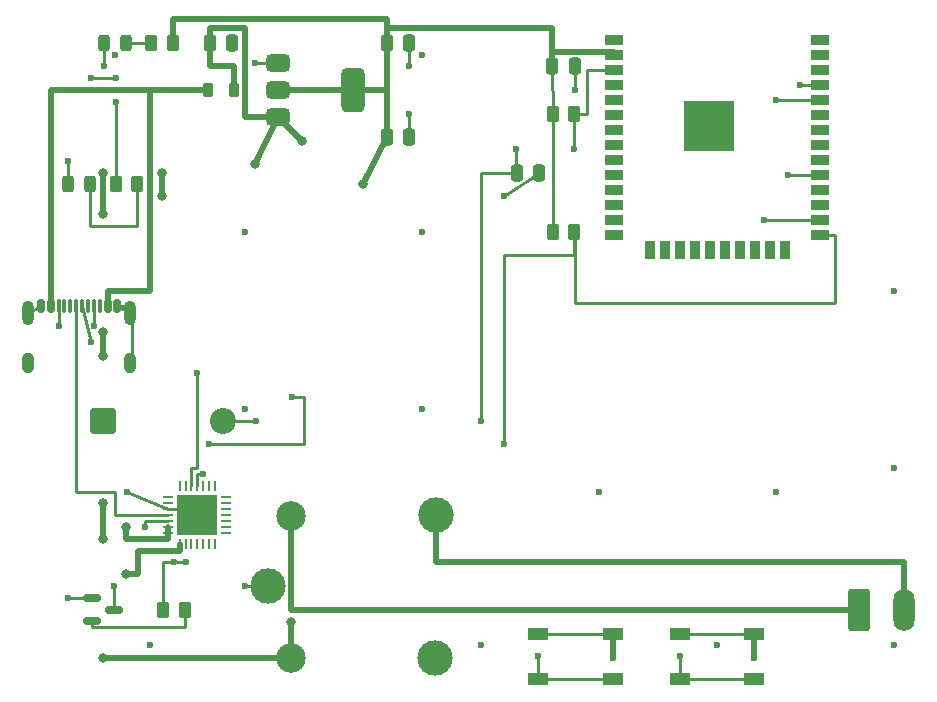
<source format=gtl>
%TF.GenerationSoftware,KiCad,Pcbnew,9.0.7*%
%TF.CreationDate,2026-02-12T17:34:39-06:00*%
%TF.ProjectId,ESP32_Simple_IoT,45535033-325f-4536-996d-706c655f496f,rev?*%
%TF.SameCoordinates,Original*%
%TF.FileFunction,Copper,L1,Top*%
%TF.FilePolarity,Positive*%
%FSLAX46Y46*%
G04 Gerber Fmt 4.6, Leading zero omitted, Abs format (unit mm)*
G04 Created by KiCad (PCBNEW 9.0.7) date 2026-02-12 17:34:39*
%MOMM*%
%LPD*%
G01*
G04 APERTURE LIST*
G04 Aperture macros list*
%AMRoundRect*
0 Rectangle with rounded corners*
0 $1 Rounding radius*
0 $2 $3 $4 $5 $6 $7 $8 $9 X,Y pos of 4 corners*
0 Add a 4 corners polygon primitive as box body*
4,1,4,$2,$3,$4,$5,$6,$7,$8,$9,$2,$3,0*
0 Add four circle primitives for the rounded corners*
1,1,$1+$1,$2,$3*
1,1,$1+$1,$4,$5*
1,1,$1+$1,$6,$7*
1,1,$1+$1,$8,$9*
0 Add four rect primitives between the rounded corners*
20,1,$1+$1,$2,$3,$4,$5,0*
20,1,$1+$1,$4,$5,$6,$7,0*
20,1,$1+$1,$6,$7,$8,$9,0*
20,1,$1+$1,$8,$9,$2,$3,0*%
G04 Aperture macros list end*
%TA.AperFunction,SMDPad,CuDef*%
%ADD10RoundRect,0.150000X-0.587500X-0.150000X0.587500X-0.150000X0.587500X0.150000X-0.587500X0.150000X0*%
%TD*%
%TA.AperFunction,SMDPad,CuDef*%
%ADD11RoundRect,0.062500X-0.337500X-0.062500X0.337500X-0.062500X0.337500X0.062500X-0.337500X0.062500X0*%
%TD*%
%TA.AperFunction,SMDPad,CuDef*%
%ADD12RoundRect,0.062500X-0.062500X-0.337500X0.062500X-0.337500X0.062500X0.337500X-0.062500X0.337500X0*%
%TD*%
%TA.AperFunction,HeatsinkPad*%
%ADD13R,3.350000X3.350000*%
%TD*%
%TA.AperFunction,SMDPad,CuDef*%
%ADD14RoundRect,0.218750X-0.218750X-0.381250X0.218750X-0.381250X0.218750X0.381250X-0.218750X0.381250X0*%
%TD*%
%TA.AperFunction,SMDPad,CuDef*%
%ADD15RoundRect,0.250000X-0.250000X-0.475000X0.250000X-0.475000X0.250000X0.475000X-0.250000X0.475000X0*%
%TD*%
%TA.AperFunction,SMDPad,CuDef*%
%ADD16RoundRect,0.250000X-0.262500X-0.450000X0.262500X-0.450000X0.262500X0.450000X-0.262500X0.450000X0*%
%TD*%
%TA.AperFunction,SMDPad,CuDef*%
%ADD17R,1.500000X0.900000*%
%TD*%
%TA.AperFunction,SMDPad,CuDef*%
%ADD18R,0.900000X1.500000*%
%TD*%
%TA.AperFunction,SMDPad,CuDef*%
%ADD19R,1.050000X1.050000*%
%TD*%
%TA.AperFunction,HeatsinkPad*%
%ADD20C,0.600000*%
%TD*%
%TA.AperFunction,HeatsinkPad*%
%ADD21R,4.200000X4.200000*%
%TD*%
%TA.AperFunction,ComponentPad*%
%ADD22C,3.000000*%
%TD*%
%TA.AperFunction,ComponentPad*%
%ADD23C,2.500000*%
%TD*%
%TA.AperFunction,ComponentPad*%
%ADD24RoundRect,0.249999X-0.850001X-0.850001X0.850001X-0.850001X0.850001X0.850001X-0.850001X0.850001X0*%
%TD*%
%TA.AperFunction,ComponentPad*%
%ADD25C,2.200000*%
%TD*%
%TA.AperFunction,SMDPad,CuDef*%
%ADD26RoundRect,0.243750X-0.243750X-0.456250X0.243750X-0.456250X0.243750X0.456250X-0.243750X0.456250X0*%
%TD*%
%TA.AperFunction,ComponentPad*%
%ADD27RoundRect,0.250000X-0.650000X-1.550000X0.650000X-1.550000X0.650000X1.550000X-0.650000X1.550000X0*%
%TD*%
%TA.AperFunction,ComponentPad*%
%ADD28O,1.800000X3.600000*%
%TD*%
%TA.AperFunction,SMDPad,CuDef*%
%ADD29R,1.700000X1.000000*%
%TD*%
%TA.AperFunction,SMDPad,CuDef*%
%ADD30RoundRect,0.150000X-0.150000X-0.425000X0.150000X-0.425000X0.150000X0.425000X-0.150000X0.425000X0*%
%TD*%
%TA.AperFunction,SMDPad,CuDef*%
%ADD31RoundRect,0.075000X-0.075000X-0.500000X0.075000X-0.500000X0.075000X0.500000X-0.075000X0.500000X0*%
%TD*%
%TA.AperFunction,HeatsinkPad*%
%ADD32O,1.000000X2.100000*%
%TD*%
%TA.AperFunction,HeatsinkPad*%
%ADD33O,1.000000X1.800000*%
%TD*%
%TA.AperFunction,SMDPad,CuDef*%
%ADD34RoundRect,0.375000X-0.625000X-0.375000X0.625000X-0.375000X0.625000X0.375000X-0.625000X0.375000X0*%
%TD*%
%TA.AperFunction,SMDPad,CuDef*%
%ADD35RoundRect,0.500000X-0.500000X-1.400000X0.500000X-1.400000X0.500000X1.400000X-0.500000X1.400000X0*%
%TD*%
%TA.AperFunction,ViaPad*%
%ADD36C,0.600000*%
%TD*%
%TA.AperFunction,ViaPad*%
%ADD37C,0.800000*%
%TD*%
%TA.AperFunction,Conductor*%
%ADD38C,0.250000*%
%TD*%
%TA.AperFunction,Conductor*%
%ADD39C,0.500000*%
%TD*%
G04 APERTURE END LIST*
D10*
%TO.P,Q1,1*%
%TO.N,GND*%
X7062500Y-51050000D03*
%TO.P,Q1,2*%
%TO.N,RELAY_BASE*%
X7062500Y-52950000D03*
%TO.P,Q1,3*%
%TO.N,RELAY_COIL*%
X8937500Y-52000000D03*
%TD*%
D11*
%TO.P,U3,1*%
%TO.N,N/C*%
X13550000Y-42500000D03*
%TO.P,U3,2*%
X13550000Y-43000000D03*
%TO.P,U3,3*%
%TO.N,GND*%
X13550000Y-43500000D03*
%TO.P,U3,4*%
%TO.N,USB_D+*%
X13550000Y-44000000D03*
%TO.P,U3,5*%
%TO.N,USB_D-*%
X13550000Y-44500000D03*
%TO.P,U3,6*%
%TO.N,+3V3*%
X13550000Y-45000000D03*
%TO.P,U3,7*%
X13550000Y-45500000D03*
D12*
%TO.P,U3,8*%
%TO.N,+5V*%
X14500000Y-46450000D03*
%TO.P,U3,9*%
%TO.N,N/C*%
X15000000Y-46450000D03*
%TO.P,U3,10*%
X15500000Y-46450000D03*
%TO.P,U3,11*%
X16000000Y-46450000D03*
%TO.P,U3,12*%
X16500000Y-46450000D03*
%TO.P,U3,13*%
X17000000Y-46450000D03*
%TO.P,U3,14*%
X17500000Y-46450000D03*
D11*
%TO.P,U3,15*%
X18450000Y-45500000D03*
%TO.P,U3,16*%
X18450000Y-45000000D03*
%TO.P,U3,17*%
X18450000Y-44500000D03*
%TO.P,U3,18*%
X18450000Y-44000000D03*
%TO.P,U3,19*%
X18450000Y-43500000D03*
%TO.P,U3,20*%
X18450000Y-43000000D03*
%TO.P,U3,21*%
X18450000Y-42500000D03*
D12*
%TO.P,U3,22*%
X17500000Y-41550000D03*
%TO.P,U3,23*%
X17000000Y-41550000D03*
%TO.P,U3,24*%
X16500000Y-41550000D03*
%TO.P,U3,25*%
%TO.N,ESP_TX*%
X16000000Y-41550000D03*
%TO.P,U3,26*%
%TO.N,ESP_RX*%
X15500000Y-41550000D03*
%TO.P,U3,27*%
%TO.N,N/C*%
X15000000Y-41550000D03*
%TO.P,U3,28*%
X14500000Y-41550000D03*
D13*
%TO.P,U3,29*%
%TO.N,GND*%
X16000000Y-44000000D03*
%TD*%
D14*
%TO.P,FB1,1*%
%TO.N,VBUS*%
X16937500Y-8000000D03*
%TO.P,FB1,2*%
%TO.N,+5V*%
X19062500Y-8000000D03*
%TD*%
D15*
%TO.P,C3,1*%
%TO.N,+3V3*%
X32050000Y-12000000D03*
%TO.P,C3,2*%
%TO.N,GND*%
X33950000Y-12000000D03*
%TD*%
D16*
%TO.P,R1,1*%
%TO.N,+3V3*%
X46087500Y-10000000D03*
%TO.P,R1,2*%
%TO.N,ESP_EN*%
X47912500Y-10000000D03*
%TD*%
D15*
%TO.P,C5,1*%
%TO.N,+3V3*%
X46050000Y-6000000D03*
%TO.P,C5,2*%
%TO.N,GND*%
X47950000Y-6000000D03*
%TD*%
%TO.P,C4,1*%
%TO.N,ESP_EN*%
X43050000Y-15000000D03*
%TO.P,C4,2*%
%TO.N,GND*%
X44950000Y-15000000D03*
%TD*%
D17*
%TO.P,U1,1*%
%TO.N,GND*%
X51250000Y-3750000D03*
%TO.P,U1,2*%
%TO.N,+3V3*%
X51250000Y-5020000D03*
%TO.P,U1,3*%
%TO.N,ESP_EN*%
X51250000Y-6290000D03*
%TO.P,U1,4*%
%TO.N,N/C*%
X51250000Y-7560000D03*
%TO.P,U1,5*%
X51250000Y-8830000D03*
%TO.P,U1,6*%
X51250000Y-10100000D03*
%TO.P,U1,7*%
X51250000Y-11370000D03*
%TO.P,U1,8*%
X51250000Y-12640000D03*
%TO.P,U1,9*%
X51250000Y-13910000D03*
%TO.P,U1,10*%
X51250000Y-15180000D03*
%TO.P,U1,11*%
X51250000Y-16450000D03*
%TO.P,U1,12*%
X51250000Y-17720000D03*
%TO.P,U1,13*%
X51250000Y-18990000D03*
%TO.P,U1,14*%
X51250000Y-20260000D03*
D18*
%TO.P,U1,15*%
X54290000Y-21510000D03*
%TO.P,U1,16*%
X55560000Y-21510000D03*
%TO.P,U1,17*%
X56830000Y-21510000D03*
%TO.P,U1,18*%
X58100000Y-21510000D03*
%TO.P,U1,19*%
X59370000Y-21510000D03*
%TO.P,U1,20*%
X60640000Y-21510000D03*
%TO.P,U1,21*%
X61910000Y-21510000D03*
%TO.P,U1,22*%
X63180000Y-21510000D03*
%TO.P,U1,23*%
X64450000Y-21510000D03*
%TO.P,U1,24*%
X65720000Y-21510000D03*
D17*
%TO.P,U1,25*%
%TO.N,ESP_IO0*%
X68750000Y-20260000D03*
%TO.P,U1,26*%
%TO.N,ESP_IO4*%
X68750000Y-18990000D03*
%TO.P,U1,27*%
%TO.N,N/C*%
X68750000Y-17720000D03*
%TO.P,U1,28*%
X68750000Y-16450000D03*
%TO.P,U1,29*%
%TO.N,ESP_IO5*%
X68750000Y-15180000D03*
%TO.P,U1,30*%
%TO.N,N/C*%
X68750000Y-13910000D03*
%TO.P,U1,31*%
X68750000Y-12640000D03*
%TO.P,U1,32*%
X68750000Y-11370000D03*
%TO.P,U1,33*%
X68750000Y-10100000D03*
%TO.P,U1,34*%
%TO.N,ESP_RX*%
X68750000Y-8830000D03*
%TO.P,U1,35*%
%TO.N,ESP_TX*%
X68750000Y-7560000D03*
%TO.P,U1,36*%
%TO.N,N/C*%
X68750000Y-6290000D03*
%TO.P,U1,37*%
X68750000Y-5020000D03*
%TO.P,U1,38*%
%TO.N,GND*%
X68750000Y-3750000D03*
D19*
%TO.P,U1,39*%
X57795000Y-9565000D03*
D20*
X57795000Y-10327500D03*
D19*
X57795000Y-11090000D03*
D20*
X57795000Y-11852500D03*
D19*
X57795000Y-12615000D03*
D20*
X58557500Y-9565000D03*
X58557500Y-11090000D03*
X58557500Y-12615000D03*
D19*
X59320000Y-9565000D03*
D20*
X59320000Y-10327500D03*
D19*
X59320000Y-11090000D03*
D21*
X59320000Y-11090000D03*
D20*
X59320000Y-11852500D03*
D19*
X59320000Y-12615000D03*
D20*
X60082500Y-9565000D03*
X60082500Y-11090000D03*
X60082500Y-12615000D03*
D19*
X60845000Y-9565000D03*
D20*
X60845000Y-10327500D03*
D19*
X60845000Y-11090000D03*
D20*
X60845000Y-11852500D03*
D19*
X60845000Y-12615000D03*
%TD*%
D22*
%TO.P,K1,1*%
%TO.N,RELAY_COIL*%
X22000000Y-50000000D03*
D23*
%TO.P,K1,2*%
%TO.N,+5V*%
X23950000Y-56050000D03*
D22*
%TO.P,K1,3*%
%TO.N,N/C*%
X36150000Y-56050000D03*
%TO.P,K1,4*%
%TO.N,RELAY_NO*%
X36200000Y-44000000D03*
D23*
%TO.P,K1,5*%
%TO.N,RELAY_COM*%
X23950000Y-44050000D03*
%TD*%
D16*
%TO.P,R3,1*%
%TO.N,ESP_IO4*%
X13087500Y-52000000D03*
%TO.P,R3,2*%
%TO.N,RELAY_BASE*%
X14912500Y-52000000D03*
%TD*%
D24*
%TO.P,D1,1*%
%TO.N,+5V*%
X8000000Y-36000000D03*
D25*
%TO.P,D1,2*%
%TO.N,RELAY_COIL*%
X18160000Y-36000000D03*
%TD*%
D26*
%TO.P,D2,1*%
%TO.N,GND*%
X8062500Y-4000000D03*
%TO.P,D2,2*%
%TO.N,LED_PWR*%
X9937500Y-4000000D03*
%TD*%
D27*
%TO.P,J2,1*%
%TO.N,RELAY_COM*%
X72000000Y-52000000D03*
D28*
%TO.P,J2,2*%
%TO.N,RELAY_NO*%
X75810000Y-52000000D03*
%TD*%
D26*
%TO.P,D3,1*%
%TO.N,GND*%
X5062500Y-16000000D03*
%TO.P,D3,2*%
%TO.N,LED_RELAY*%
X6937500Y-16000000D03*
%TD*%
D15*
%TO.P,C1,1*%
%TO.N,+5V*%
X17050000Y-4000000D03*
%TO.P,C1,2*%
%TO.N,GND*%
X18950000Y-4000000D03*
%TD*%
D29*
%TO.P,SW1,1*%
%TO.N,GND*%
X44850000Y-54100000D03*
X51150000Y-54100000D03*
%TO.P,SW1,2*%
%TO.N,ESP_IO0*%
X44850000Y-57900000D03*
X51150000Y-57900000D03*
%TD*%
D16*
%TO.P,R5,1*%
%TO.N,ESP_IO5*%
X9087500Y-16000000D03*
%TO.P,R5,2*%
%TO.N,LED_RELAY*%
X10912500Y-16000000D03*
%TD*%
%TO.P,R2,1*%
%TO.N,+3V3*%
X46087500Y-20000000D03*
%TO.P,R2,2*%
%TO.N,ESP_IO0*%
X47912500Y-20000000D03*
%TD*%
D30*
%TO.P,J1,A1*%
%TO.N,GND*%
X2800000Y-26320000D03*
%TO.P,J1,A4*%
%TO.N,VBUS*%
X3600000Y-26320000D03*
D31*
%TO.P,J1,A5*%
%TO.N,N/C*%
X4750000Y-26320000D03*
%TO.P,J1,A6*%
%TO.N,USB_D+*%
X5750000Y-26320000D03*
%TO.P,J1,A7*%
%TO.N,USB_D-*%
X6250000Y-26320000D03*
%TO.P,J1,A8*%
%TO.N,GND*%
X7250000Y-26320000D03*
D30*
%TO.P,J1,A9*%
%TO.N,VBUS*%
X8400000Y-26320000D03*
%TO.P,J1,A12*%
%TO.N,GND*%
X9200000Y-26320000D03*
%TO.P,J1,B1*%
X9200000Y-26320000D03*
%TO.P,J1,B4*%
%TO.N,VBUS*%
X8400000Y-26320000D03*
D31*
%TO.P,J1,B5*%
%TO.N,N/C*%
X7750000Y-26320000D03*
%TO.P,J1,B6*%
X6750000Y-26320000D03*
%TO.P,J1,B7*%
X5250000Y-26320000D03*
%TO.P,J1,B8*%
%TO.N,GND*%
X4250000Y-26320000D03*
D30*
%TO.P,J1,B9*%
%TO.N,VBUS*%
X3600000Y-26320000D03*
%TO.P,J1,B12*%
%TO.N,GND*%
X2800000Y-26320000D03*
D32*
%TO.P,J1,S1*%
X1680000Y-26895000D03*
D33*
X1680000Y-31075000D03*
D32*
X10320000Y-26895000D03*
D33*
X10320000Y-31075000D03*
%TD*%
D34*
%TO.P,U2,1*%
%TO.N,GND*%
X22850000Y-5700000D03*
%TO.P,U2,2*%
%TO.N,+3V3*%
X22850000Y-8000000D03*
D35*
X29150000Y-8000000D03*
D34*
%TO.P,U2,3*%
%TO.N,+5V*%
X22850000Y-10300000D03*
%TD*%
D29*
%TO.P,SW2,1*%
%TO.N,GND*%
X56850000Y-54100000D03*
X63150000Y-54100000D03*
%TO.P,SW2,2*%
%TO.N,ESP_EN*%
X56850000Y-57900000D03*
X63150000Y-57900000D03*
%TD*%
D16*
%TO.P,R4,1*%
%TO.N,LED_PWR*%
X12087500Y-4000000D03*
%TO.P,R4,2*%
%TO.N,+3V3*%
X13912500Y-4000000D03*
%TD*%
D15*
%TO.P,C2,1*%
%TO.N,+3V3*%
X32050000Y-4000000D03*
%TO.P,C2,2*%
%TO.N,GND*%
X33950000Y-4000000D03*
%TD*%
D36*
%TO.N,GND*%
X8062500Y-6000000D03*
X65000000Y-42000000D03*
X51250000Y-3750000D03*
X35000000Y-20000000D03*
X75000000Y-25000000D03*
X35000000Y-35000000D03*
X41950000Y-17000000D03*
X59320000Y-11090000D03*
X20000000Y-35000000D03*
X40000000Y-55000000D03*
X4250000Y-28000000D03*
X16000000Y-44000000D03*
X10050000Y-42000000D03*
X75000000Y-55000000D03*
X63150000Y-56100000D03*
X47950000Y-8000000D03*
X60000000Y-55000000D03*
X20850000Y-5700000D03*
X68750000Y-3750000D03*
X51150000Y-56100000D03*
X57795000Y-9565000D03*
X35000000Y-5000000D03*
X58557500Y-9565000D03*
X60845000Y-11852500D03*
X75000000Y-40000000D03*
X33950000Y-6000000D03*
X50000000Y-42000000D03*
X20000000Y-20000000D03*
X5062500Y-51050000D03*
X5062500Y-14000000D03*
X33950000Y-10000000D03*
X9000000Y-5000000D03*
X18950000Y-4000000D03*
X60082500Y-11090000D03*
X7250000Y-28000000D03*
X10500000Y-31000000D03*
X12000000Y-55000000D03*
D37*
%TO.N,+5V*%
X24850000Y-12300000D03*
X8000000Y-28500000D03*
X20850000Y-14300000D03*
X8000000Y-43000000D03*
X23950000Y-53050000D03*
X8000000Y-36000000D03*
X8000000Y-18500000D03*
X13000000Y-15000000D03*
X13000000Y-17000000D03*
X8000000Y-56050000D03*
X8000000Y-46000000D03*
X8000000Y-15000000D03*
X8000000Y-30500000D03*
X10000000Y-49000000D03*
%TO.N,+3V3*%
X30049999Y-16000000D03*
X10000000Y-45000000D03*
D36*
%TO.N,USB_D-*%
X11550000Y-45000000D03*
X7000000Y-29320000D03*
%TO.N,ESP_TX*%
X67000000Y-7560000D03*
X24000000Y-34000000D03*
X16500000Y-40500000D03*
X17000000Y-38000000D03*
%TO.N,ESP_RX*%
X65000000Y-8830000D03*
X16000000Y-32000000D03*
%TO.N,ESP_EN*%
X56850000Y-55900000D03*
X47912500Y-13000000D03*
X43000000Y-13000000D03*
X40000000Y-36000000D03*
%TO.N,ESP_IO0*%
X42000000Y-38000000D03*
X44850000Y-55900000D03*
%TO.N,ESP_IO4*%
X15000000Y-48000000D03*
X14000000Y-48000000D03*
X64000000Y-18990000D03*
%TO.N,ESP_IO5*%
X9087500Y-9000000D03*
X7000000Y-7000000D03*
X9087500Y-7000000D03*
X66000000Y-15180000D03*
%TO.N,RELAY_COIL*%
X22000000Y-50000000D03*
X8937500Y-50000000D03*
X20000000Y-50000000D03*
X21000000Y-36000000D03*
%TD*%
D38*
%TO.N,GND*%
X56850000Y-54100000D02*
X63150000Y-54100000D01*
D39*
X51150000Y-54100000D02*
X51150000Y-56100000D01*
D38*
X44850000Y-54100000D02*
X51150000Y-54100000D01*
X9200000Y-26320000D02*
X10320000Y-26890000D01*
X5062500Y-16000000D02*
X5062500Y-14000000D01*
X13550000Y-43500000D02*
X16000000Y-43500000D01*
X10500000Y-26320000D02*
X10500000Y-31000000D01*
X44950000Y-15000000D02*
X41950000Y-17000000D01*
X9200000Y-26320000D02*
X10500000Y-26320000D01*
X16000000Y-43500000D02*
X16000000Y-44000000D01*
X4250000Y-26320000D02*
X4250000Y-28000000D01*
X33950000Y-12000000D02*
X33950000Y-10000000D01*
X33950000Y-4000000D02*
X33950000Y-6000000D01*
X13550000Y-43500000D02*
X10050000Y-42000000D01*
X22850000Y-5700000D02*
X20850000Y-5700000D01*
X2800000Y-26320000D02*
X1680000Y-26890000D01*
X7250000Y-26320000D02*
X7250000Y-28000000D01*
X8062500Y-4000000D02*
X8062500Y-6000000D01*
X7062500Y-51050000D02*
X5062500Y-51050000D01*
X47950000Y-6000000D02*
X47950000Y-8000000D01*
D39*
X63150000Y-54100000D02*
X63150000Y-56100000D01*
%TO.N,+5V*%
X20000000Y-10300000D02*
X22850000Y-10300000D01*
X17050000Y-4000000D02*
X17050000Y-2750000D01*
X17050000Y-6000000D02*
X17050000Y-4000000D01*
X23950000Y-56050000D02*
X8000000Y-56050000D01*
X23950000Y-53050000D02*
X23950000Y-56050000D01*
X11000000Y-47000000D02*
X14500000Y-47000000D01*
X8000000Y-28500000D02*
X8000000Y-30500000D01*
X22850000Y-10300000D02*
X20850000Y-14300000D01*
X20000000Y-2750000D02*
X20000000Y-10300000D01*
X22850000Y-10300000D02*
X24850000Y-12300000D01*
X11000000Y-49000000D02*
X11000000Y-47000000D01*
X14500000Y-47000000D02*
X14500000Y-46450000D01*
X19062500Y-6000000D02*
X17050000Y-6000000D01*
X13000000Y-15000000D02*
X13000000Y-17000000D01*
X8000000Y-43000000D02*
X8000000Y-46000000D01*
X17050000Y-2750000D02*
X20000000Y-2750000D01*
X10000000Y-49000000D02*
X11000000Y-49000000D01*
X8000000Y-15000000D02*
X8000000Y-18500000D01*
X19062500Y-8000000D02*
X19062500Y-6000000D01*
%TO.N,+3V3*%
X32049999Y-4000000D02*
X32049999Y-2750000D01*
X32049999Y-2000000D02*
X13912500Y-2000000D01*
X13550000Y-46000000D02*
X13550000Y-45500000D01*
X46050000Y-4750000D02*
X51250000Y-4750000D01*
X13912500Y-2000000D02*
X13912500Y-4000000D01*
X32049999Y-4000000D02*
X32049999Y-2000000D01*
X32049999Y-2750000D02*
X46050000Y-2750000D01*
D38*
X46050000Y-6000000D02*
X46087500Y-10000000D01*
D39*
X46050000Y-6000000D02*
X46050000Y-4750000D01*
X10000000Y-46000000D02*
X13550000Y-46000000D01*
X22850000Y-8000000D02*
X32049999Y-8000000D01*
X32049999Y-12000000D02*
X30049999Y-16000000D01*
X46050000Y-2750000D02*
X46050000Y-6000000D01*
X51250000Y-4750000D02*
X51250000Y-5020000D01*
X32049999Y-4000000D02*
X32049999Y-12000000D01*
D38*
X46087500Y-10000000D02*
X46087500Y-20000000D01*
D39*
X13550000Y-45500000D02*
X13550000Y-45000000D01*
X32049999Y-8000000D02*
X32049999Y-4000000D01*
X10000000Y-45000000D02*
X10000000Y-46000000D01*
D38*
%TO.N,USB_D+*%
X9000000Y-44000000D02*
X13550000Y-44000000D01*
X5750000Y-26320000D02*
X5750000Y-42000000D01*
X5750000Y-42000000D02*
X9000000Y-42000000D01*
X9000000Y-42000000D02*
X9000000Y-44000000D01*
%TO.N,USB_D-*%
X6250000Y-26320000D02*
X7000000Y-29320000D01*
X11550000Y-45000000D02*
X11550000Y-44500000D01*
X11550000Y-44500000D02*
X13550000Y-44500000D01*
%TO.N,ESP_TX*%
X16500000Y-40500000D02*
X16000000Y-40500000D01*
X68750000Y-7560000D02*
X67000000Y-7560000D01*
X16000000Y-40500000D02*
X16000000Y-41550000D01*
X24000000Y-34000000D02*
X25000000Y-34000000D01*
X25000000Y-38000000D02*
X17000000Y-38000000D01*
X25000000Y-34000000D02*
X25000000Y-38000000D01*
%TO.N,ESP_RX*%
X68750000Y-8830000D02*
X65000000Y-8830000D01*
X16000000Y-40000000D02*
X15500000Y-40000000D01*
X15500000Y-40000000D02*
X15500000Y-41550000D01*
X16000000Y-32000000D02*
X16000000Y-40000000D01*
%TO.N,ESP_EN*%
X43050000Y-15000000D02*
X40000000Y-15000000D01*
X47912500Y-10000000D02*
X49000000Y-10000000D01*
X56850000Y-57900000D02*
X63150000Y-57900000D01*
X47912500Y-10000000D02*
X47912500Y-13000000D01*
X43000000Y-15000000D02*
X43050000Y-15000000D01*
X49000000Y-10000000D02*
X49000000Y-6290000D01*
X43000000Y-13000000D02*
X43000000Y-15000000D01*
X49000000Y-6290000D02*
X51250000Y-6290000D01*
X40000000Y-15000000D02*
X40000000Y-36000000D01*
X56850000Y-55900000D02*
X56850000Y-57900000D01*
%TO.N,ESP_IO0*%
X48000000Y-20000000D02*
X48000000Y-26000000D01*
X47912500Y-20000000D02*
X48000000Y-20000000D01*
X70000000Y-20260000D02*
X68750000Y-20260000D01*
X70000000Y-26000000D02*
X70000000Y-20260000D01*
X47912500Y-22000000D02*
X42000000Y-22000000D01*
X44850000Y-57900000D02*
X51150000Y-57900000D01*
X42000000Y-22000000D02*
X42000000Y-38000000D01*
X44850000Y-55900000D02*
X44850000Y-57900000D01*
X48000000Y-26000000D02*
X70000000Y-26000000D01*
X47912500Y-20000000D02*
X47912500Y-22000000D01*
%TO.N,ESP_IO4*%
X13087500Y-48000000D02*
X13087500Y-52000000D01*
X15000000Y-48000000D02*
X13087500Y-48000000D01*
X68750000Y-18990000D02*
X64000000Y-18990000D01*
%TO.N,ESP_IO5*%
X7000000Y-7000000D02*
X9087500Y-7000000D01*
X9087500Y-9000000D02*
X9087500Y-16000000D01*
X68750000Y-15180000D02*
X66000000Y-15180000D01*
%TO.N,RELAY_COIL*%
X20000000Y-50000000D02*
X22000000Y-50000000D01*
X8937500Y-52000000D02*
X8937500Y-50000000D01*
X18160000Y-36000000D02*
X21000000Y-36000000D01*
D39*
%TO.N,VBUS*%
X8400000Y-25000000D02*
X12000000Y-25000000D01*
X8400000Y-26320000D02*
X8400000Y-25000000D01*
X3600000Y-8000000D02*
X16937500Y-8000000D01*
X12000000Y-25000000D02*
X12000000Y-8000000D01*
X3600000Y-26320000D02*
X3600000Y-8000000D01*
D38*
%TO.N,LED_PWR*%
X12087500Y-4000000D02*
X9937500Y-4000000D01*
%TO.N,LED_RELAY*%
X6937500Y-19500000D02*
X6937500Y-16000000D01*
X10912500Y-19500000D02*
X6937500Y-19500000D01*
X10912500Y-16000000D02*
X10912500Y-19500000D01*
%TO.N,RELAY_BASE*%
X14912500Y-53500000D02*
X7062500Y-53500000D01*
X14912500Y-52000000D02*
X14912500Y-53500000D01*
X7062500Y-53500000D02*
X7062500Y-52950000D01*
D39*
%TO.N,RELAY_COM*%
X23950000Y-52000000D02*
X72000000Y-52000000D01*
X23950000Y-44050000D02*
X23950000Y-52000000D01*
%TO.N,RELAY_NO*%
X36200000Y-44000000D02*
X36200000Y-48000000D01*
X75810000Y-48000000D02*
X75810000Y-52000000D01*
X36200000Y-48000000D02*
X75810000Y-48000000D01*
%TD*%
M02*

</source>
